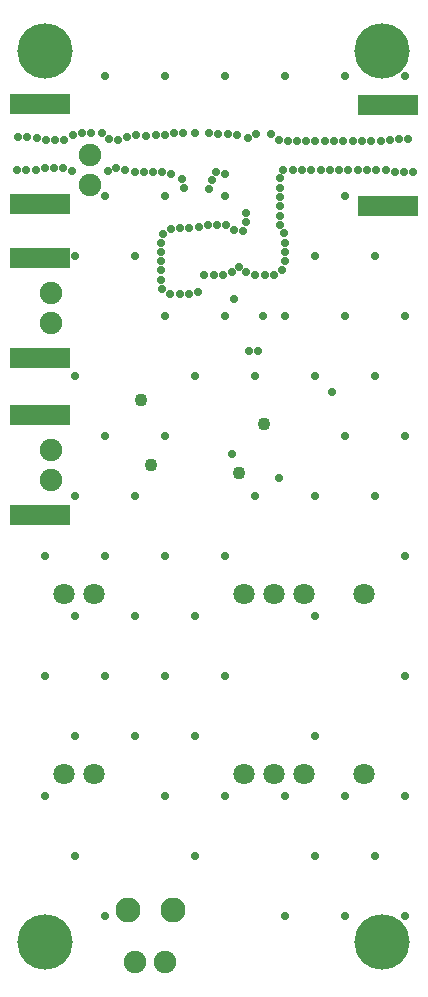
<source format=gbs>
G04 Layer_Color=16711935*
%FSLAX23Y23*%
%MOIN*%
G70*
G01*
G75*
%ADD68R,0.201X0.071*%
%ADD78C,0.075*%
%ADD79C,0.083*%
%ADD80C,0.071*%
%ADD81C,0.185*%
%ADD82C,0.029*%
%ADD83C,0.043*%
D68*
X1282Y2929D02*
D03*
Y2595D02*
D03*
X123Y2935D02*
D03*
Y2601D02*
D03*
Y2421D02*
D03*
Y2087D02*
D03*
Y1898D02*
D03*
Y1564D02*
D03*
D78*
X440Y74D02*
D03*
X540D02*
D03*
X288Y2764D02*
D03*
Y2664D02*
D03*
X160Y2304D02*
D03*
Y2204D02*
D03*
Y1781D02*
D03*
Y1681D02*
D03*
D79*
X564Y247D02*
D03*
X414D02*
D03*
D80*
X802Y1301D02*
D03*
X202D02*
D03*
X302D02*
D03*
X902D02*
D03*
X1002D02*
D03*
X202Y701D02*
D03*
X302D02*
D03*
X802D02*
D03*
X902D02*
D03*
X1002D02*
D03*
X1202Y1301D02*
D03*
Y701D02*
D03*
D81*
X140Y140D02*
D03*
X1262D02*
D03*
Y3110D02*
D03*
X140D02*
D03*
D82*
X1339Y3027D02*
D03*
Y2227D02*
D03*
Y1827D02*
D03*
Y1427D02*
D03*
Y1027D02*
D03*
Y627D02*
D03*
Y227D02*
D03*
X1139Y3027D02*
D03*
Y2627D02*
D03*
X1239Y2427D02*
D03*
X1139Y2227D02*
D03*
X1239Y2027D02*
D03*
X1139Y1827D02*
D03*
X1239Y1627D02*
D03*
X1139Y627D02*
D03*
X1239Y427D02*
D03*
X1139Y227D02*
D03*
X939Y3027D02*
D03*
X1039Y2427D02*
D03*
X939Y2227D02*
D03*
X1039Y2027D02*
D03*
Y1627D02*
D03*
Y1227D02*
D03*
Y827D02*
D03*
X939Y627D02*
D03*
X1039Y427D02*
D03*
X939Y227D02*
D03*
X739Y3027D02*
D03*
Y2627D02*
D03*
Y2227D02*
D03*
X839Y2027D02*
D03*
Y1627D02*
D03*
X739Y1427D02*
D03*
Y1027D02*
D03*
Y627D02*
D03*
X539Y3027D02*
D03*
Y2627D02*
D03*
Y2227D02*
D03*
X639Y2027D02*
D03*
X539Y1827D02*
D03*
Y1427D02*
D03*
X639Y1227D02*
D03*
X539Y1027D02*
D03*
X639Y827D02*
D03*
X539Y627D02*
D03*
X639Y427D02*
D03*
X339Y3027D02*
D03*
Y2627D02*
D03*
X439Y2427D02*
D03*
X339Y1827D02*
D03*
X439Y1627D02*
D03*
X339Y1427D02*
D03*
X439Y1227D02*
D03*
X339Y1027D02*
D03*
X439Y827D02*
D03*
X339Y227D02*
D03*
X239Y2427D02*
D03*
Y2027D02*
D03*
Y1627D02*
D03*
X139Y1427D02*
D03*
X239Y1227D02*
D03*
X139Y1027D02*
D03*
X239Y827D02*
D03*
X139Y627D02*
D03*
X239Y427D02*
D03*
X292Y2838D02*
D03*
X261D02*
D03*
X231Y2829D02*
D03*
X203Y2815D02*
D03*
X172D02*
D03*
X141D02*
D03*
X111Y2822D02*
D03*
X80Y2823D02*
D03*
X49D02*
D03*
X45Y2713D02*
D03*
X76D02*
D03*
X107D02*
D03*
X137Y2721D02*
D03*
X168D02*
D03*
X199D02*
D03*
X228Y2710D02*
D03*
X347Y2711D02*
D03*
X376Y2721D02*
D03*
X406Y2714D02*
D03*
X437Y2707D02*
D03*
X468Y2708D02*
D03*
X474Y2828D02*
D03*
X443Y2829D02*
D03*
X412Y2825D02*
D03*
X383Y2815D02*
D03*
X352Y2818D02*
D03*
X327Y2837D02*
D03*
X770Y2283D02*
D03*
X920Y1686D02*
D03*
X762Y1768D02*
D03*
X865Y2226D02*
D03*
X849Y2110D02*
D03*
X818Y2111D02*
D03*
X1095Y1975D02*
D03*
X892Y2833D02*
D03*
X917Y2815D02*
D03*
X947Y2809D02*
D03*
X978D02*
D03*
X1009D02*
D03*
X1040D02*
D03*
X1071D02*
D03*
X1102D02*
D03*
X1133D02*
D03*
X1164D02*
D03*
X1195D02*
D03*
X1226D02*
D03*
X1257D02*
D03*
X1288Y2815D02*
D03*
X1319Y2817D02*
D03*
X1350D02*
D03*
X1366Y2707D02*
D03*
X1335D02*
D03*
X1304D02*
D03*
X1274Y2715D02*
D03*
X1243D02*
D03*
X1212D02*
D03*
X1181D02*
D03*
X1150D02*
D03*
X1119D02*
D03*
X1088D02*
D03*
X1057D02*
D03*
X1026D02*
D03*
X995D02*
D03*
X964D02*
D03*
X933D02*
D03*
X922Y2686D02*
D03*
Y2655D02*
D03*
Y2624D02*
D03*
Y2593D02*
D03*
Y2562D02*
D03*
Y2531D02*
D03*
X936Y2503D02*
D03*
X937Y2472D02*
D03*
Y2441D02*
D03*
Y2410D02*
D03*
X929Y2380D02*
D03*
X902Y2365D02*
D03*
X871Y2364D02*
D03*
X840D02*
D03*
X810Y2373D02*
D03*
X786Y2392D02*
D03*
X761Y2373D02*
D03*
X732Y2364D02*
D03*
X701D02*
D03*
X670Y2365D02*
D03*
X648Y2308D02*
D03*
X618Y2299D02*
D03*
X587D02*
D03*
X556Y2300D02*
D03*
X530Y2318D02*
D03*
X524Y2348D02*
D03*
Y2379D02*
D03*
X525Y2410D02*
D03*
X524Y2441D02*
D03*
Y2472D02*
D03*
X532Y2502D02*
D03*
X558Y2518D02*
D03*
X589Y2519D02*
D03*
X620D02*
D03*
X651Y2524D02*
D03*
X681Y2532D02*
D03*
X712D02*
D03*
X743Y2532D02*
D03*
X769Y2515D02*
D03*
X800Y2512D02*
D03*
X810Y2541D02*
D03*
Y2572D02*
D03*
X814Y2819D02*
D03*
X841Y2834D02*
D03*
X686Y2836D02*
D03*
X716Y2833D02*
D03*
X747Y2835D02*
D03*
X778Y2832D02*
D03*
X739Y2702D02*
D03*
X708Y2707D02*
D03*
X696Y2679D02*
D03*
X686Y2649D02*
D03*
X603Y2653D02*
D03*
X596Y2683D02*
D03*
X638Y2838D02*
D03*
X559Y2699D02*
D03*
X529Y2707D02*
D03*
X498D02*
D03*
X508Y2829D02*
D03*
X538Y2832D02*
D03*
X569Y2838D02*
D03*
X600D02*
D03*
D83*
X460Y1947D02*
D03*
X869Y1868D02*
D03*
X491Y1731D02*
D03*
X784Y1705D02*
D03*
M02*

</source>
